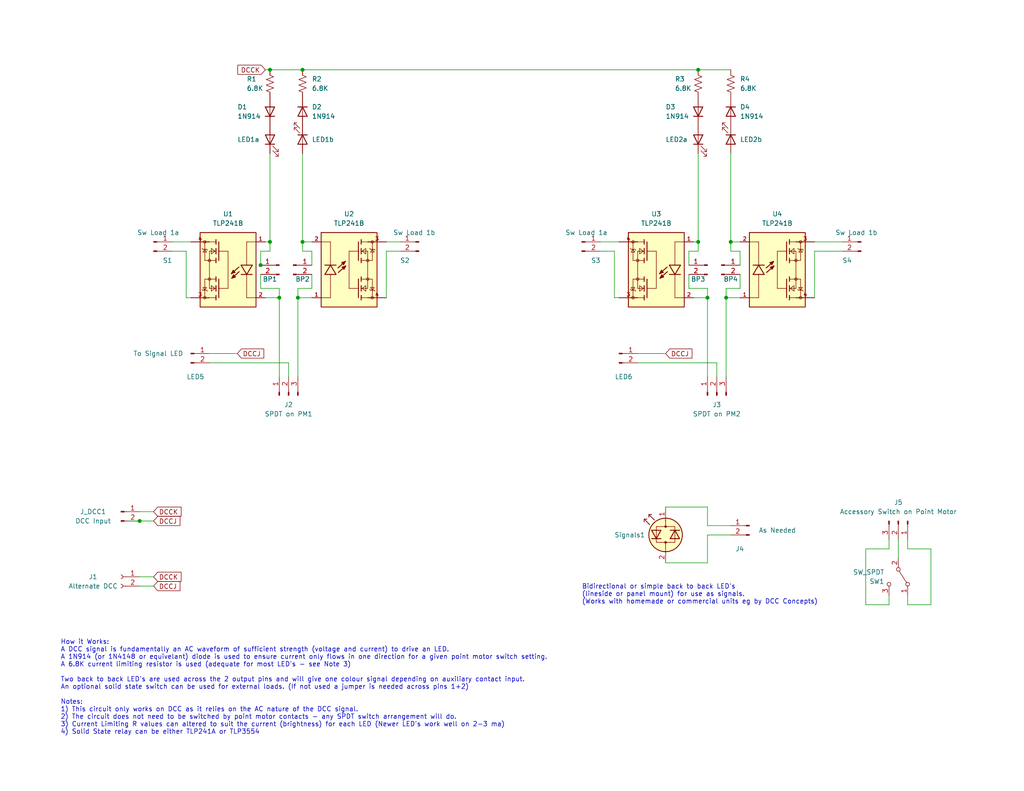
<source format=kicad_sch>
(kicad_sch (version 20211123) (generator eeschema)
  (paper "USLetter")
  (title_block (title "Point Signal Box R2") (rev "2.01") (comment 1 "Or an external Load (via optically coupled solid state switch)") (comment 2 "For driving bidirectional LED signals (powered from DCC)") (comment 3 "Uses one SPDT contact (eg on Point Motor) per signal pair.") (comment 4 "2 identical circuits."))
  (lib_symbols
    (symbol "Connector:Conn_01x02_Female" (pin_names (offset 1.016) hide)
      (property "Reference" "J" (at 0 2.54 0))
      (property "Value" "Conn_01x02_Female" (at 0 -5.08 0))
      (symbol "Conn_01x02_Female_1_1"
        (arc (start 0 -2.032) (mid -0.508 -2.54) (end 0 -3.048) (stroke (width 0.1524)))
        (polyline (pts (xy -1.27 -2.54) (xy -0.508 -2.54)) (stroke (width 0.1524)))
        (polyline (pts (xy -1.27 0) (xy -0.508 0)) (stroke (width 0.1524)))
        (arc (start 0 0.508) (mid -0.508 0) (end 0 -0.508) (stroke (width 0.1524)))
        (pin passive line (at -5.08 0 0) (length 3.81) (name "Pin_1") (number "1"))
        (pin passive line (at -5.08 -2.54 0) (length 3.81) (name "Pin_2") (number "2"))
      )
    )
    (symbol "Connector:Conn_01x02_Male" (pin_names (offset 1.016) hide)
      (property "Reference" "J" (at 0 2.54 0))
      (property "Value" "Conn_01x02_Male" (at 0 -5.08 0))
      (symbol "Conn_01x02_Male_1_1"
        (polyline (pts (xy 1.27 -2.54) (xy 0.8636 -2.54)) (stroke (width 0.1524)))
        (polyline (pts (xy 1.27 0) (xy 0.8636 0)) (stroke (width 0.1524)))
        (rectangle (start 0.8636 -2.413) (end 0 -2.667) (stroke (width 0.1524)) (fill (type outline)))
        (rectangle (start 0.8636 0.127) (end 0 -0.127) (stroke (width 0.1524)) (fill (type outline)))
        (pin passive line (at 5.08 0 180) (length 3.81) (name "Pin_1") (number "1"))
        (pin passive line (at 5.08 -2.54 180) (length 3.81) (name "Pin_2") (number "2"))
      )
    )
    (symbol "Connector:Conn_01x03_Male" (pin_names (offset 1.016) hide)
      (property "Reference" "J" (at 0 5.08 0))
      (property "Value" "Conn_01x03_Male" (at 0 -5.08 0))
      (symbol "Conn_01x03_Male_1_1"
        (polyline (pts (xy 1.27 -2.54) (xy 0.8636 -2.54)) (stroke (width 0.1524)))
        (polyline (pts (xy 1.27 0) (xy 0.8636 0)) (stroke (width 0.1524)))
        (polyline (pts (xy 1.27 2.54) (xy 0.8636 2.54)) (stroke (width 0.1524)))
        (rectangle (start 0.8636 -2.413) (end 0 -2.667) (stroke (width 0.1524)) (fill (type outline)))
        (rectangle (start 0.8636 0.127) (end 0 -0.127) (stroke (width 0.1524)) (fill (type outline)))
        (rectangle (start 0.8636 2.667) (end 0 2.413) (stroke (width 0.1524)) (fill (type outline)))
        (pin passive line (at 5.08 2.54 180) (length 3.81) (name "Pin_1") (number "1"))
        (pin passive line (at 5.08 0 180) (length 3.81) (name "Pin_2") (number "2"))
        (pin passive line (at 5.08 -2.54 180) (length 3.81) (name "Pin_3") (number "3"))
      )
    )
    (symbol "Device:LED" (pin_numbers hide) (pin_names (offset 1.016) hide)
      (property "Reference" "D" (at 0 2.54 0))
      (property "Value" "LED" (at 0 -2.54 0))
      (symbol "LED_0_1"
        (polyline (pts (xy -1.27 -1.27) (xy -1.27 1.27)) (stroke (width 0.254)))
        (polyline (pts (xy -1.27 0) (xy 1.27 0)))
        (polyline (pts (xy 1.27 -1.27) (xy 1.27 1.27) (xy -1.27 0) (xy 1.27 -1.27)) (stroke (width 0.254)))
        (polyline (pts (xy -3.048 -0.762) (xy -4.572 -2.286) (xy -3.81 -2.286) (xy -4.572 -2.286) (xy -4.572 -1.524)))
        (polyline (pts (xy -1.778 -0.762) (xy -3.302 -2.286) (xy -2.54 -2.286) (xy -3.302 -2.286) (xy -3.302 -1.524)))
      )
      (symbol "LED_1_1"
        (pin passive line (at -3.81 0 0) (length 2.54) (name "K") (number "1"))
        (pin passive line (at 3.81 0 180) (length 2.54) (name "A") (number "2"))
      )
    )
    (symbol "Device:LED_Dual_Bidirectional" (pin_names (offset 0) hide)
      (property "Reference" "D" (at 0 5.715 0))
      (property "Value" "LED_Dual_Bidirectional" (at 0 -6.35 0))
      (symbol "LED_Dual_Bidirectional_0_1"
        (circle (center -2.032 0) (radius 0.254) (fill (type outline)))
        (polyline (pts (xy -4.572 0) (xy -2.54 0)))
        (polyline (pts (xy -2.032 0) (xy -2.54 0)))
        (polyline (pts (xy -1.016 3.81) (xy -1.016 1.27)) (stroke (width 0.254)))
        (polyline (pts (xy 1.27 -1.27) (xy 1.27 -3.81)) (stroke (width 0.254)))
        (polyline (pts (xy 4.064 0) (xy 2.286 0)) (fill (type outline)))
        (polyline (pts (xy 4.318 5.842) (xy 4.318 5.08)) (stroke (width 0.2032)))
        (polyline (pts (xy 5.588 4.572) (xy 5.588 3.81)) (stroke (width 0.2032)))
        (polyline (pts (xy 2.794 4.318) (xy 4.318 5.842) (xy 3.556 5.842)) (stroke (width 0.2032)))
        (polyline (pts (xy 4.064 3.048) (xy 5.588 4.572) (xy 4.826 4.572)) (stroke (width 0.2032)))
        (polyline (pts (xy -1.016 -1.27) (xy -1.016 -3.81) (xy 1.27 -2.54) (xy -1.016 -1.27)) (stroke (width 0.254)))
        (polyline (pts (xy 1.27 3.81) (xy 1.27 1.27) (xy -1.016 2.54) (xy 1.27 3.81)) (stroke (width 0.254)))
        (polyline (pts (xy 2.286 2.54) (xy -2.032 2.54) (xy -2.032 -2.54) (xy 2.286 -2.54) (xy 2.286 2.54)))
        (circle (center 0 0) (radius 4.572) (stroke (width 0.254)) (fill (type background)))
        (circle (center 2.286 0) (radius 0.254) (fill (type outline)))
      )
      (symbol "LED_Dual_Bidirectional_1_1"
        (pin input line (at 7.62 0 180) (length 3.81) (name "KA") (number "1"))
        (pin input line (at -7.62 0 0) (length 3.048) (name "AK") (number "2"))
      )
    )
    (symbol "Device:R_US" (pin_numbers hide) (pin_names (offset 0))
      (property "Reference" "R" (at 2.54 0 90))
      (property "Value" "R_US" (at -2.54 0 90))
      (symbol "R_US_0_1"
        (polyline (pts (xy 0 -2.286) (xy 0 -2.54)))
        (polyline (pts (xy 0 2.286) (xy 0 2.54)))
        (polyline (pts (xy 0 -0.762) (xy 1.016 -1.143) (xy 0 -1.524) (xy -1.016 -1.905) (xy 0 -2.286)))
        (polyline (pts (xy 0 0.762) (xy 1.016 0.381) (xy 0 0) (xy -1.016 -0.381) (xy 0 -0.762)))
        (polyline (pts (xy 0 2.286) (xy 1.016 1.905) (xy 0 1.524) (xy -1.016 1.143) (xy 0 0.762)))
      )
      (symbol "R_US_1_1"
        (pin passive line (at 0 3.81 270) (length 1.27) (name "~") (number "1"))
        (pin passive line (at 0 -3.81 90) (length 1.27) (name "~") (number "2"))
      )
    )
    (symbol "Diode:1N914" (pin_numbers hide) (pin_names (offset 1.016) hide)
      (property "Reference" "D" (at 0 2.54 0))
      (property "Value" "1N914" (at 0 -2.54 0))
      (symbol "1N914_0_1"
        (polyline (pts (xy -1.27 1.27) (xy -1.27 -1.27)) (stroke (width 0.254)))
        (polyline (pts (xy 1.27 0) (xy -1.27 0)))
        (polyline (pts (xy 1.27 1.27) (xy 1.27 -1.27) (xy -1.27 0) (xy 1.27 1.27)) (stroke (width 0.254)))
      )
      (symbol "1N914_1_1"
        (pin passive line (at -3.81 0 0) (length 2.54) (name "K") (number "1"))
        (pin passive line (at 3.81 0 180) (length 2.54) (name "A") (number "2"))
      )
    )
    (symbol "Switch:SW_SPDT" (pin_names (offset 0) hide)
      (property "Reference" "SW" (at 0 4.318 0))
      (property "Value" "SW_SPDT" (at 0 -5.08 0))
      (symbol "SW_SPDT_0_0"
        (circle (center -2.032 0) (radius 0.508))
        (circle (center 2.032 -2.54) (radius 0.508))
      )
      (symbol "SW_SPDT_0_1"
        (polyline (pts (xy -1.524 0.254) (xy 1.651 2.286)))
        (circle (center 2.032 2.54) (radius 0.508))
      )
      (symbol "SW_SPDT_1_1"
        (pin passive line (at 5.08 2.54 180) (length 2.54) (name "A") (number "1"))
        (pin passive line (at -5.08 0 0) (length 2.54) (name "B") (number "2"))
        (pin passive line (at 5.08 -2.54 180) (length 2.54) (name "C") (number "3"))
      )
    )
    (symbol "TLP241A_TP1_F:TLP241A(TP1,F" (pin_names (offset 1.016) hide)
      (property "Reference" "U" (at -7.62 11.43 0))
      (property "Value" "TLP241A(TP1,F" (at -7.62 -12.7 0))
      (symbol "TLP241A(TP1,F_0_0"
        (rectangle (start -7.62 -10.16) (end 7.62 10.16) (stroke (width 0.254)) (fill (type background)))
        (polyline (pts (xy -7.62 -7.62) (xy -5.08 -7.62)) (stroke (width 0.1524)))
        (polyline (pts (xy -7.62 7.62) (xy -5.08 7.62)) (stroke (width 0.1524)))
        (polyline (pts (xy -6.604 1.27) (xy -5.08 -1.27)) (stroke (width 0.254)))
        (polyline (pts (xy -5.08 -7.62) (xy -5.08 -1.27)) (stroke (width 0.1524)))
        (polyline (pts (xy -5.08 -1.27) (xy -6.604 -1.27)) (stroke (width 0.254)))
        (polyline (pts (xy -5.08 -1.27) (xy -3.556 1.27)) (stroke (width 0.254)))
        (polyline (pts (xy -5.08 1.27) (xy -6.604 1.27)) (stroke (width 0.254)))
        (polyline (pts (xy -5.08 1.27) (xy -5.08 7.62)) (stroke (width 0.1524)))
        (polyline (pts (xy -3.556 -1.27) (xy -5.08 -1.27)) (stroke (width 0.254)))
        (polyline (pts (xy -3.556 1.27) (xy -5.08 1.27)) (stroke (width 0.254)))
        (polyline (pts (xy -1.9812 -1.9558) (xy -1.4986 -1.397)) (stroke (width 0.254)))
        (polyline (pts (xy -1.9812 -1.9558) (xy -1.2446 -1.9812)) (stroke (width 0.254)))
        (polyline (pts (xy -1.8796 -0.7112) (xy -1.397 -0.1524)) (stroke (width 0.254)))
        (polyline (pts (xy -1.8796 -0.7112) (xy -1.143 -0.7366)) (stroke (width 0.254)))
        (polyline (pts (xy -1.5748 -1.5748) (xy -1.4224 -1.8034)) (stroke (width 0.254)))
        (polyline (pts (xy -1.4986 -1.397) (xy -1.016 -2.286)) (stroke (width 0.254)))
        (polyline (pts (xy -1.4732 -0.3302) (xy -1.3208 -0.5588)) (stroke (width 0.254)))
        (polyline (pts (xy -1.397 -0.1524) (xy -0.9144 -1.0414)) (stroke (width 0.254)))
        (polyline (pts (xy -1.2446 -1.9812) (xy -1.2446 -1.8542)) (stroke (width 0.254)))
        (polyline (pts (xy -1.143 -0.7366) (xy -1.143 -0.6096)) (stroke (width 0.254)))
        (polyline (pts (xy -1.016 -2.286) (xy -3.048 -0.508)) (stroke (width 0.254)))
        (polyline (pts (xy -1.016 -2.286) (xy -1.9812 -1.9558)) (stroke (width 0.254)))
        (polyline (pts (xy -0.9144 -1.0414) (xy -2.9464 0.7366)) (stroke (width 0.254)))
        (polyline (pts (xy -0.9144 -1.0414) (xy -1.8796 -0.7112)) (stroke (width 0.254)))
        (polyline (pts (xy 0 -5.08) (xy 2.54 -5.08)) (stroke (width 0.1524)))
        (polyline (pts (xy 0 5.08) (xy 0 -5.08)) (stroke (width 0.1524)))
        (polyline (pts (xy 2.54 -5.08) (xy 2.54 -7.62)) (stroke (width 0.254)))
        (polyline (pts (xy 2.54 -2.54) (xy 2.54 -5.08)) (stroke (width 0.254)))
        (polyline (pts (xy 2.54 5.08) (xy 0 5.08)) (stroke (width 0.1524)))
        (polyline (pts (xy 2.54 5.08) (xy 2.54 2.54)) (stroke (width 0.254)))
        (polyline (pts (xy 2.54 7.62) (xy 2.54 5.08)) (stroke (width 0.254)))
        (polyline (pts (xy 3.302 -7.62) (xy 3.302 -8.255)) (stroke (width 0.254)))
        (polyline (pts (xy 3.302 -6.985) (xy 3.302 -7.62)) (stroke (width 0.254)))
        (polyline (pts (xy 3.302 -5.08) (xy 3.302 -5.842)) (stroke (width 0.254)))
        (polyline (pts (xy 3.302 -5.08) (xy 5.08 -5.08)) (stroke (width 0.1524)))
        (polyline (pts (xy 3.302 -4.318) (xy 3.302 -5.08)) (stroke (width 0.254)))
        (polyline (pts (xy 3.302 -2.54) (xy 3.302 -3.175)) (stroke (width 0.254)))
        (polyline (pts (xy 3.302 -2.54) (xy 5.08 -2.54)) (stroke (width 0.1524)))
        (polyline (pts (xy 3.302 -1.905) (xy 3.302 -2.54)) (stroke (width 0.254)))
        (polyline (pts (xy 3.302 2.54) (xy 3.302 1.905)) (stroke (width 0.254)))
        (polyline (pts (xy 3.302 3.175) (xy 3.302 2.54)) (stroke (width 0.254)))
        (polyline (pts (xy 3.302 5.08) (xy 3.302 4.318)) (stroke (width 0.254)))
        (polyline (pts (xy 3.302 5.08) (xy 5.08 5.08)) (stroke (width 0.1524)))
        (polyline (pts (xy 3.302 5.842) (xy 3.302 5.08)) (stroke (width 0.254)))
        (polyline (pts (xy 3.302 7.62) (xy 3.302 6.985)) (stroke (width 0.254)))
        (polyline (pts (xy 3.302 7.62) (xy 6.35 7.62)) (stroke (width 0.1524)))
        (polyline (pts (xy 3.302 8.255) (xy 3.302 7.62)) (stroke (width 0.254)))
        (polyline (pts (xy 5.08 -2.54) (xy 5.08 -5.08)) (stroke (width 0.1524)))
        (polyline (pts (xy 5.08 -2.54) (xy 6.35 -2.54)) (stroke (width 0.1524)))
        (polyline (pts (xy 5.08 2.54) (xy 3.302 2.54)) (stroke (width 0.1524)))
        (polyline (pts (xy 5.08 2.54) (xy 5.08 -2.54)) (stroke (width 0.1524)))
        (polyline (pts (xy 5.08 2.54) (xy 6.35 2.54)) (stroke (width 0.1524)))
        (polyline (pts (xy 5.08 5.08) (xy 5.08 2.54)) (stroke (width 0.1524)))
        (polyline (pts (xy 5.588 -5.842) (xy 5.842 -5.588)) (stroke (width 0.1524)))
        (polyline (pts (xy 5.842 -5.588) (xy 6.35 -5.588)) (stroke (width 0.1524)))
        (polyline (pts (xy 5.842 5.588) (xy 5.588 5.334)) (stroke (width 0.1524)))
        (polyline (pts (xy 6.35 -7.62) (xy 3.302 -7.62)) (stroke (width 0.1524)))
        (polyline (pts (xy 6.35 -5.588) (xy 6.35 -7.62)) (stroke (width 0.1524)))
        (polyline (pts (xy 6.35 -5.588) (xy 6.858 -5.588)) (stroke (width 0.1524)))
        (polyline (pts (xy 6.35 -2.54) (xy 6.35 -5.588)) (stroke (width 0.1524)))
        (polyline (pts (xy 6.35 5.588) (xy 5.842 5.588)) (stroke (width 0.1524)))
        (polyline (pts (xy 6.35 5.588) (xy 6.35 2.54)) (stroke (width 0.1524)))
        (polyline (pts (xy 6.35 7.62) (xy 6.35 5.588)) (stroke (width 0.1524)))
        (polyline (pts (xy 6.858 -5.588) (xy 7.112 -5.334)) (stroke (width 0.1524)))
        (polyline (pts (xy 6.858 5.588) (xy 6.35 5.588)) (stroke (width 0.1524)))
        (polyline (pts (xy 7.112 5.842) (xy 6.858 5.588)) (stroke (width 0.1524)))
        (polyline (pts (xy 3.556 -5.08) (xy 4.572 -4.318) (xy 4.572 -5.842) (xy 3.556 -5.08)) (stroke (width 0.1524)) (fill (type background)))
        (polyline (pts (xy 3.556 5.08) (xy 4.572 5.842) (xy 4.572 4.318) (xy 3.556 5.08)) (stroke (width 0.1524)) (fill (type background)))
        (polyline (pts (xy 6.35 -5.588) (xy 6.858 -4.826) (xy 5.842 -4.826) (xy 6.35 -5.588)) (stroke (width 0.1524)) (fill (type background)))
        (polyline (pts (xy 6.35 5.588) (xy 5.842 4.826) (xy 6.858 4.826) (xy 6.35 5.588)) (stroke (width 0.1524)) (fill (type background)))
        (circle (center 5.08 -2.54) (radius 0.3556))
        (circle (center 5.08 2.54) (radius 0.3556))
        (circle (center 6.35 -7.62) (radius 0.3556))
        (circle (center 6.35 7.62) (radius 0.3556))
        (pin passive line (at -10.16 7.62 0) (length 2.54) (name "~") (number "1"))
        (pin passive line (at -10.16 -7.62 0) (length 2.54) (name "~") (number "2"))
        (pin passive line (at 10.16 -7.62 180) (length 5.08) (name "~") (number "3"))
        (pin passive line (at 10.16 7.62 180) (length 5.08) (name "~") (number "4"))
      )
    )
  )
  (junction (at 193.04 81.28))
  (junction (at 199.39 66.04))
  (junction (at 38.1 142.24))
  (junction (at 81.28 81.28))
  (junction (at 190.5 19.05))
  (junction (at 82.55 19.05))
  (junction (at 73.66 66.04))
  (junction (at 71.12 72.39))
  (junction (at 190.5 66.04))
  (junction (at 82.55 66.04))
  (junction (at 73.66 19.05))
  (junction (at 76.2 81.28))
  (junction (at 198.12 81.28))
  (wire (pts (xy 236.22 165.1) (xy 236.22 149.86)))
  (wire (pts (xy 82.55 66.04) (xy 85.09 66.04)))
  (wire (pts (xy 109.22 68.58) (xy 105.41 68.58)))
  (wire (pts (xy 57.15 99.06) (xy 78.74 99.06)))
  (wire (pts (xy 193.04 138.43) (xy 193.04 143.51)))
  (wire (pts (xy 73.66 72.39) (xy 71.12 72.39)))
  (wire (pts (xy 254 149.86) (xy 247.65 149.86)))
  (wire (pts (xy 163.83 68.58) (xy 167.64 68.58)))
  (wire (pts (xy 76.2 78.74) (xy 76.2 81.28)))
  (wire (pts (xy 189.23 66.04) (xy 190.5 66.04)))
  (wire (pts (xy 247.65 149.86) (xy 247.65 147.32)))
  (wire (pts (xy 187.96 74.93) (xy 187.96 78.74)))
  (wire (pts (xy 57.15 96.52) (xy 64.77 96.52)))
  (wire (pts (xy 167.64 68.58) (xy 167.64 81.28)))
  (wire (pts (xy 46.99 66.04) (xy 52.07 66.04)))
  (wire (pts (xy 222.25 68.58) (xy 222.25 81.28)))
  (wire (pts (xy 78.74 99.06) (xy 78.74 102.87)))
  (wire (pts (xy 190.5 41.91) (xy 190.5 66.04)))
  (wire (pts (xy 81.28 78.74) (xy 81.28 81.28)))
  (wire (pts (xy 247.65 162.56) (xy 247.65 165.1)))
  (wire (pts (xy 193.04 143.51) (xy 199.39 143.51)))
  (wire (pts (xy 222.25 68.58) (xy 229.87 68.58)))
  (wire (pts (xy 82.55 19.05) (xy 190.5 19.05)))
  (wire (pts (xy 193.04 81.28) (xy 193.04 102.87)))
  (wire (pts (xy 82.55 41.91) (xy 82.55 66.04)))
  (wire (pts (xy 81.28 81.28) (xy 85.09 81.28)))
  (wire (pts (xy 198.12 78.74) (xy 198.12 81.28)))
  (wire (pts (xy 222.25 66.04) (xy 229.87 66.04)))
  (wire (pts (xy 163.83 66.04) (xy 168.91 66.04)))
  (wire (pts (xy 71.12 78.74) (xy 76.2 78.74)))
  (wire (pts (xy 82.55 66.04) (xy 82.55 68.58)))
  (wire (pts (xy 193.04 146.05) (xy 199.39 146.05)))
  (wire (pts (xy 38.1 142.24) (xy 41.91 142.24)))
  (wire (pts (xy 201.93 78.74) (xy 198.12 78.74)))
  (wire (pts (xy 193.04 78.74) (xy 193.04 81.28)))
  (wire (pts (xy 189.23 81.28) (xy 193.04 81.28)))
  (wire (pts (xy 187.96 68.58) (xy 187.96 72.39)))
  (wire (pts (xy 190.5 19.05) (xy 199.39 19.05)))
  (wire (pts (xy 199.39 68.58) (xy 201.93 68.58)))
  (wire (pts (xy 236.22 149.86) (xy 242.57 149.86)))
  (wire (pts (xy 167.64 81.28) (xy 168.91 81.28)))
  (wire (pts (xy 199.39 66.04) (xy 199.39 68.58)))
  (wire (pts (xy 190.5 66.04) (xy 190.5 68.58)))
  (wire (pts (xy 201.93 74.93) (xy 201.93 78.74)))
  (wire (pts (xy 173.99 99.06) (xy 195.58 99.06)))
  (wire (pts (xy 173.99 96.52) (xy 181.61 96.52)))
  (wire (pts (xy 50.8 68.58) (xy 50.8 81.28)))
  (wire (pts (xy 73.66 68.58) (xy 71.12 68.58)))
  (wire (pts (xy 193.04 153.67) (xy 193.04 146.05)))
  (wire (pts (xy 181.61 138.43) (xy 193.04 138.43)))
  (wire (pts (xy 85.09 68.58) (xy 85.09 72.39)))
  (wire (pts (xy 105.41 66.04) (xy 109.22 66.04)))
  (wire (pts (xy 76.2 81.28) (xy 76.2 102.87)))
  (wire (pts (xy 38.1 157.48) (xy 41.91 157.48)))
  (wire (pts (xy 245.11 152.4) (xy 245.11 147.32)))
  (wire (pts (xy 35.56 142.24) (xy 38.1 142.24)))
  (wire (pts (xy 85.09 74.93) (xy 85.09 78.74)))
  (wire (pts (xy 38.1 139.7) (xy 41.91 139.7)))
  (wire (pts (xy 105.41 68.58) (xy 105.41 81.28)))
  (wire (pts (xy 71.12 74.93) (xy 71.12 78.74)))
  (wire (pts (xy 247.65 165.1) (xy 254 165.1)))
  (wire (pts (xy 199.39 66.04) (xy 201.93 66.04)))
  (wire (pts (xy 73.66 66.04) (xy 73.66 68.58)))
  (wire (pts (xy 72.39 19.05) (xy 73.66 19.05)))
  (wire (pts (xy 72.39 66.04) (xy 73.66 66.04)))
  (wire (pts (xy 242.57 165.1) (xy 236.22 165.1)))
  (wire (pts (xy 73.66 41.91) (xy 73.66 66.04)))
  (wire (pts (xy 199.39 41.91) (xy 199.39 66.04)))
  (wire (pts (xy 71.12 68.58) (xy 71.12 72.39)))
  (wire (pts (xy 242.57 162.56) (xy 242.57 165.1)))
  (wire (pts (xy 50.8 81.28) (xy 52.07 81.28)))
  (wire (pts (xy 82.55 68.58) (xy 85.09 68.58)))
  (wire (pts (xy 81.28 81.28) (xy 81.28 102.87)))
  (wire (pts (xy 187.96 78.74) (xy 193.04 78.74)))
  (wire (pts (xy 242.57 149.86) (xy 242.57 147.32)))
  (wire (pts (xy 46.99 68.58) (xy 50.8 68.58)))
  (wire (pts (xy 254 165.1) (xy 254 149.86)))
  (wire (pts (xy 190.5 68.58) (xy 187.96 68.58)))
  (wire (pts (xy 85.09 78.74) (xy 81.28 78.74)))
  (wire (pts (xy 38.1 160.02) (xy 41.91 160.02)))
  (wire (pts (xy 195.58 99.06) (xy 195.58 102.87)))
  (wire (pts (xy 82.55 19.05) (xy 73.66 19.05)))
  (wire (pts (xy 201.93 68.58) (xy 201.93 72.39)))
  (wire (pts (xy 198.12 81.28) (xy 201.93 81.28)))
  (wire (pts (xy 198.12 81.28) (xy 198.12 102.87)))
  (wire (pts (xy 72.39 81.28) (xy 76.2 81.28)))
  (wire (pts (xy 181.61 153.67) (xy 193.04 153.67)))
  (text "How it Works:\nA DCC signal is fundamentally an AC waveform of sufficient strength (voltage and current) to drive an LED. \nA 1N914 (or 1N4148 or equivelant) diode is used to ensure current only flows in one direction for a given point motor switch setting.\nA 6.8K current limiting resistor is used (adequate for most LED's - see Note 3) \n\nTwo back to back LED's are used across the 2 output pins and will give one colour signal depending on auxiliary contact input.\nAn optional solid state switch can be used for external loads. (If not used a jumper is needed across pins 1+2)\n\nNotes: \n1) This circuit only works on DCC as it relies on the AC nature of the DCC signal.\n2) The circuit does not need to be switched by point motor contacts - any SPDT switch arrangement will do.\n3) Current Limiting R values can altered to suit the current (brightness) for each LED (Newer LED's work well on 2-3 ma)\n4) Solid State relay can be either TLP241A or TLP3554" (at 16.51 200.66 0) (effects (font (size 1.27 1.27)) (justify left bottom)))
  (text "Bidirectional or simple back to back LED's\n(lineside or panel mount) for use as signals.\n(Works with homemade or commercial units eg by DCC Concepts)\n" (at 158.75 165.1 0) (effects (font (size 1.27 1.27)) (justify left bottom)))
  (global_label "DCCK" (shape input) (at 72.39 19.05 180) (property "Intersheet References" "${INTERSHEET_REFS}" (effects hide)))
  (global_label "DCCJ" (shape input) (at 181.61 96.52 0) (property "Intersheet References" "${INTERSHEET_REFS}" (effects hide)))
  (global_label "DCCJ" (shape input) (at 41.91 142.24 0) (property "Intersheet References" "${INTERSHEET_REFS}" (effects hide)))
  (global_label "DCCJ" (shape input) (at 64.77 96.52 0) (property "Intersheet References" "${INTERSHEET_REFS}" (effects hide)))
  (global_label "DCCK" (shape input) (at 41.91 139.7 0) (property "Intersheet References" "${INTERSHEET_REFS}" (effects hide)))
  (global_label "DCCJ" (shape input) (at 41.91 160.02 0) (property "Intersheet References" "${INTERSHEET_REFS}" (effects hide)))
  (global_label "DCCK" (shape input) (at 41.91 157.48 0) (property "Intersheet References" "${INTERSHEET_REFS}" (effects hide)))
  (symbol (lib_id "Connector:Conn_01x02_Male") (at 204.47 143.51 0) (mirror y) (unit 1) (in_bom no) (on_board no)
    (property "Reference" "J4" (at 200.66 149.86 0) (effects (justify right)))
    (property "Value" "As Needed" (at 207.01 144.78 0) (effects (justify right)))
  )
  (symbol (lib_id "Connector:Conn_01x02_Male") (at 158.75 66.04 0) (unit 1)
    (property "Reference" "S3" (at 162.56 71.12 0))
    (property "Value" "Sw Load 1a" (at 160.02 63.5 0))
    (property "Footprint" "Connector_PinHeader_2.54mm:PinHeader_1x02_P2.54mm_Vertical" (effects hide))
  )
  (symbol (lib_id "Connector:Conn_01x02_Male") (at 41.91 66.04 0) (unit 1)
    (property "Reference" "S1" (at 45.72 71.12 0))
    (property "Value" "Sw Load 1a" (at 43.18 63.5 0))
    (property "Footprint" "Connector_PinHeader_2.54mm:PinHeader_1x02_P2.54mm_Vertical" (effects hide))
  )
  (symbol (lib_id "Connector:Conn_01x03_Male") (at 195.58 107.95 90) (unit 1)
    (property "Reference" "J3" (at 195.58 110.49 90))
    (property "Value" "SPDT on PM2" (at 195.58 113.03 90))
    (property "Footprint" "Connector_PinHeader_2.54mm:PinHeader_1x03_P2.54mm_Vertical" (effects hide))
  )
  (symbol (lib_id "Device:R_US") (at 190.5 22.86 0) (unit 1)
    (property "Reference" "R3" (at 184.15 21.59 0) (effects (justify left)))
    (property "Value" "6.8K" (at 184.15 24.13 0) (effects (justify left)))
    (property "Footprint" "Resistor_THT:R_Axial_DIN0204_L3.6mm_D1.6mm_P7.62mm_Horizontal" (effects hide))
  )
  (symbol (lib_id "Device:R_US") (at 73.66 22.86 0) (unit 1)
    (property "Reference" "R1" (at 67.31 21.59 0) (effects (justify left)))
    (property "Value" "6.8K" (at 67.31 24.13 0) (effects (justify left)))
    (property "Footprint" "Resistor_THT:R_Axial_DIN0204_L3.6mm_D1.6mm_P7.62mm_Horizontal" (effects hide))
  )
  (symbol (lib_id "Connector:Conn_01x02_Male") (at 114.3 66.04 0) (mirror y) (unit 1)
    (property "Reference" "S2" (at 110.49 71.12 0))
    (property "Value" "Sw Load 1b" (at 113.03 63.5 0))
    (property "Footprint" "Connector_PinHeader_2.54mm:PinHeader_1x02_P2.54mm_Vertical" (effects hide))
  )
  (symbol (lib_id "Device:LED") (at 82.55 38.1 270) (unit 1)
    (property "Reference" "LED2" (effects hide))
    (property "Value" "LED1b" (at 85.09 38.1 90) (effects (justify left)))
    (property "Footprint" "LED_THT:LED_D3.0mm" (effects hide))
  )
  (symbol (lib_id "Connector:Conn_01x02_Male") (at 33.02 139.7 0) (unit 1) (in_bom no) (on_board no)
    (property "Reference" "J_DCC1" (at 25.4 139.7 0))
    (property "Value" "DCC Input" (at 25.4 142.24 0))
    (property "Footprint" "Connector_PinHeader_2.54mm:PinHeader_1x02_P2.54mm_Vertical" (effects hide))
  )
  (symbol (lib_id "Device:LED") (at 73.66 38.1 90) (unit 1)
    (property "Reference" "LED1" (effects hide))
    (property "Value" "LED1a" (at 64.77 38.1 90) (effects (justify right)))
    (property "Footprint" "LED_THT:LED_D3.0mm" (effects hide))
  )
  (symbol (lib_id "Connector:Conn_01x02_Male") (at 193.04 72.39 0) (mirror y) (unit 1)
    (property "Reference" "BP3" (at 190.5 76.2 0))
    (property "Value" "Bypass" (effects hide))
    (property "Footprint" "Connector_PinHeader_2.54mm:PinHeader_1x02_P2.54mm_Vertical" (effects hide))
  )
  (symbol (lib_id "Connector:Conn_01x02_Male") (at 234.95 66.04 0) (mirror y) (unit 1)
    (property "Reference" "S4" (at 231.14 71.12 0))
    (property "Value" "Sw Load 1b" (at 233.68 63.5 0))
    (property "Footprint" "Connector_PinHeader_2.54mm:PinHeader_1x02_P2.54mm_Vertical" (effects hide))
  )
  (symbol (lib_id "Device:LED_Dual_Bidirectional") (at 181.61 146.05 90) (unit 1) (in_bom no) (on_board no)
    (property "Reference" "Signals1" (at 167.64 146.05 90) (effects (justify right)))
    (property "Value" "Bidirectional LEDs" (effects hide))
  )
  (symbol (lib_id "Diode:1N914") (at 73.66 30.48 90) (unit 1)
    (property "Reference" "D1" (at 64.77 29.21 90) (effects (justify right)))
    (property "Value" "1N914" (at 64.77 31.75 90) (effects (justify right)))
    (property "Footprint" "Diode_THT:D_DO-35_SOD27_P7.62mm_Horizontal" (effects hide))
    (property "Datasheet" "http://www.vishay.com/docs/85622/1n914.pdf" (effects hide))
  )
  (symbol (lib_id "Connector:Conn_01x02_Male") (at 76.2 72.39 0) (mirror y) (unit 1)
    (property "Reference" "BP1" (at 73.66 76.2 0))
    (property "Value" "Bypass" (effects hide))
    (property "Footprint" "Connector_PinHeader_2.54mm:PinHeader_1x02_P2.54mm_Vertical" (effects hide))
  )
  (symbol (lib_id "Device:R_US") (at 199.39 22.86 0) (unit 1)
    (property "Reference" "R4" (at 201.93 21.5899 0) (effects (justify left)))
    (property "Value" "6.8K" (at 201.93 24.1299 0) (effects (justify left)))
    (property "Footprint" "Resistor_THT:R_Axial_DIN0204_L3.6mm_D1.6mm_P7.62mm_Horizontal" (effects hide))
  )
  (symbol (lib_id "Diode:1N914") (at 199.39 30.48 270) (unit 1)
    (property "Reference" "D4" (at 201.93 29.2099 90) (effects (justify left)))
    (property "Value" "1N914" (at 201.93 31.7499 90) (effects (justify left)))
    (property "Footprint" "Diode_THT:D_DO-35_SOD27_P7.62mm_Horizontal" (effects hide))
    (property "Datasheet" "http://www.vishay.com/docs/85622/1n914.pdf" (effects hide))
  )
  (symbol (lib_id "Device:LED") (at 190.5 38.1 90) (unit 1)
    (property "Reference" "LED3" (effects hide))
    (property "Value" "LED2a" (at 181.61 38.1 90) (effects (justify right)))
    (property "Footprint" "LED_THT:LED_D3.0mm" (effects hide))
  )
  (symbol (lib_id "Connector:Conn_01x03_Male") (at 245.11 142.24 270) (unit 1) (in_bom no) (on_board no)
    (property "Reference" "J5" (at 245.11 137.16 90))
    (property "Value" "Accessory Switch on Point Motor" (at 245.11 139.7 90))
  )
  (symbol (lib_id "Connector:Conn_01x03_Male") (at 78.74 107.95 90) (unit 1)
    (property "Reference" "J2" (at 78.74 110.49 90))
    (property "Value" "SPDT on PM1" (at 78.74 113.03 90))
    (property "Footprint" "Connector_PinHeader_2.54mm:PinHeader_1x03_P2.54mm_Vertical" (effects hide))
  )
  (symbol (lib_id "Diode:1N914") (at 190.5 30.48 90) (unit 1)
    (property "Reference" "D3" (at 181.61 29.21 90) (effects (justify right)))
    (property "Value" "1N914" (at 181.61 31.75 90) (effects (justify right)))
    (property "Footprint" "Diode_THT:D_DO-35_SOD27_P7.62mm_Horizontal" (effects hide))
    (property "Datasheet" "http://www.vishay.com/docs/85622/1n914.pdf" (effects hide))
  )
  (symbol (lib_id "Connector:Conn_01x02_Male") (at 168.91 96.52 0) (unit 1)
    (property "Reference" "LED6" (at 170.18 102.87 0))
    (property "Value" "To Signal LED" (effects hide))
    (property "Footprint" "TerminalBlock_TE-Connectivity:TerminalBlock_TE_282834-2_1x02_P2.54mm_Horizontal" (effects hide))
  )
  (symbol (lib_id "Diode:1N914") (at 82.55 30.48 270) (unit 1)
    (property "Reference" "D2" (at 85.09 29.2099 90) (effects (justify left)))
    (property "Value" "1N914" (at 85.09 31.7499 90) (effects (justify left)))
    (property "Footprint" "Diode_THT:D_DO-35_SOD27_P7.62mm_Horizontal" (effects hide))
    (property "Datasheet" "http://www.vishay.com/docs/85622/1n914.pdf" (effects hide))
  )
  (symbol (lib_id "Connector:Conn_01x02_Female") (at 33.02 157.48 0) (mirror y) (unit 1)
    (property "Reference" "J1" (at 25.4 157.48 0))
    (property "Value" "Alternate DCC" (at 25.4 160.02 0))
    (property "Footprint" "Connector_Phoenix_GMSTB:PhoenixContact_GMSTBA_2,5_2-G-7,62_1x02_P7.62mm_Horizontal" (effects hide))
  )
  (symbol (lib_id "Connector:Conn_01x02_Male") (at 80.01 72.39 0) (unit 1)
    (property "Reference" "BP2" (at 82.55 76.2 0))
    (property "Value" "Bypass" (effects hide))
    (property "Footprint" "Connector_PinHeader_2.54mm:PinHeader_1x02_P2.54mm_Vertical" (effects hide))
  )
  (symbol (lib_id "Connector:Conn_01x02_Male") (at 196.85 72.39 0) (unit 1)
    (property "Reference" "BP4" (at 199.39 76.2 0))
    (property "Value" "Bypass" (effects hide))
    (property "Footprint" "Connector_PinHeader_2.54mm:PinHeader_1x02_P2.54mm_Vertical" (effects hide))
  )
  (symbol (lib_id "Device:LED") (at 199.39 38.1 270) (unit 1)
    (property "Reference" "LED4" (effects hide))
    (property "Value" "LED2b" (at 201.93 38.1 90) (effects (justify left)))
    (property "Footprint" "LED_THT:LED_D3.0mm" (effects hide))
  )
  (symbol (lib_id "TLP241A_TP1_F:TLP241A(TP1,F") (at 212.09 73.66 0) (mirror x) (unit 1)
    (property "Reference" "U4" (at 212.09 58.42 0))
    (property "Value" "TLP241B" (at 212.09 60.96 0))
    (property "Footprint" "Package_DIP:DIP-4_W7.62mm_LongPads" (effects hide))
    (property "MANUFACTURER" "Toshiba" (effects hide))
    (property "PARTREV" "7.0" (effects hide))
    (property "STANDARD" "IPC 7351B" (effects hide))
    (property "MAXIMUM_PACKAGE_HEIGHT" "4.25 mm" (effects hide))
  )
  (symbol (lib_id "Switch:SW_SPDT") (at 245.11 157.48 270) (unit 1) (in_bom no) (on_board no)
    (property "Reference" "SW1" (at 241.3 158.7501 90) (effects (justify right)))
    (property "Value" "SW_SPDT" (at 241.3 156.2101 90) (effects (justify right)))
  )
  (symbol (lib_id "TLP241A_TP1_F:TLP241A(TP1,F") (at 95.25 73.66 0) (mirror x) (unit 1)
    (property "Reference" "U2" (at 95.25 58.42 0))
    (property "Value" "TLP241B" (at 95.25 60.96 0))
    (property "Footprint" "Package_DIP:DIP-4_W7.62mm_LongPads" (effects hide))
    (property "MANUFACTURER" "Toshiba" (effects hide))
    (property "PARTREV" "7.0" (effects hide))
    (property "STANDARD" "IPC 7351B" (effects hide))
    (property "MAXIMUM_PACKAGE_HEIGHT" "4.25 mm" (effects hide))
  )
  (symbol (lib_id "Connector:Conn_01x02_Male") (at 52.07 96.52 0) (unit 1)
    (property "Reference" "LED5" (at 53.34 102.87 0))
    (property "Value" "To Signal LED" (at 43.18 96.52 0))
    (property "Footprint" "TerminalBlock_TE-Connectivity:TerminalBlock_TE_282834-2_1x02_P2.54mm_Horizontal" (effects hide))
  )
  (symbol (lib_id "TLP241A_TP1_F:TLP241A(TP1,F") (at 62.23 73.66 0) (mirror y) (unit 1)
    (property "Reference" "U1" (at 62.23 58.42 0))
    (property "Value" "TLP241B" (at 62.23 60.96 0))
    (property "Footprint" "Package_DIP:DIP-4_W7.62mm_LongPads" (effects hide))
    (property "MANUFACTURER" "Toshiba" (effects hide))
    (property "PARTREV" "7.0" (effects hide))
    (property "STANDARD" "IPC 7351B" (effects hide))
    (property "MAXIMUM_PACKAGE_HEIGHT" "4.25 mm" (effects hide))
  )
  (symbol (lib_id "Device:R_US") (at 82.55 22.86 0) (unit 1)
    (property "Reference" "R2" (at 85.09 21.5899 0) (effects (justify left)))
    (property "Value" "6.8K" (at 85.09 24.1299 0) (effects (justify left)))
    (property "Footprint" "Resistor_THT:R_Axial_DIN0204_L3.6mm_D1.6mm_P7.62mm_Horizontal" (effects hide))
  )
  (symbol (lib_id "TLP241A_TP1_F:TLP241A(TP1,F") (at 179.07 73.66 0) (mirror y) (unit 1)
    (property "Reference" "U3" (at 179.07 58.42 0))
    (property "Value" "TLP241B" (at 179.07 60.96 0))
    (property "Footprint" "Package_DIP:DIP-4_W7.62mm_LongPads" (effects hide))
    (property "MANUFACTURER" "Toshiba" (effects hide))
    (property "PARTREV" "7.0" (effects hide))
    (property "STANDARD" "IPC 7351B" (effects hide))
    (property "MAXIMUM_PACKAGE_HEIGHT" "4.25 mm" (effects hide))
  )
)
</source>
